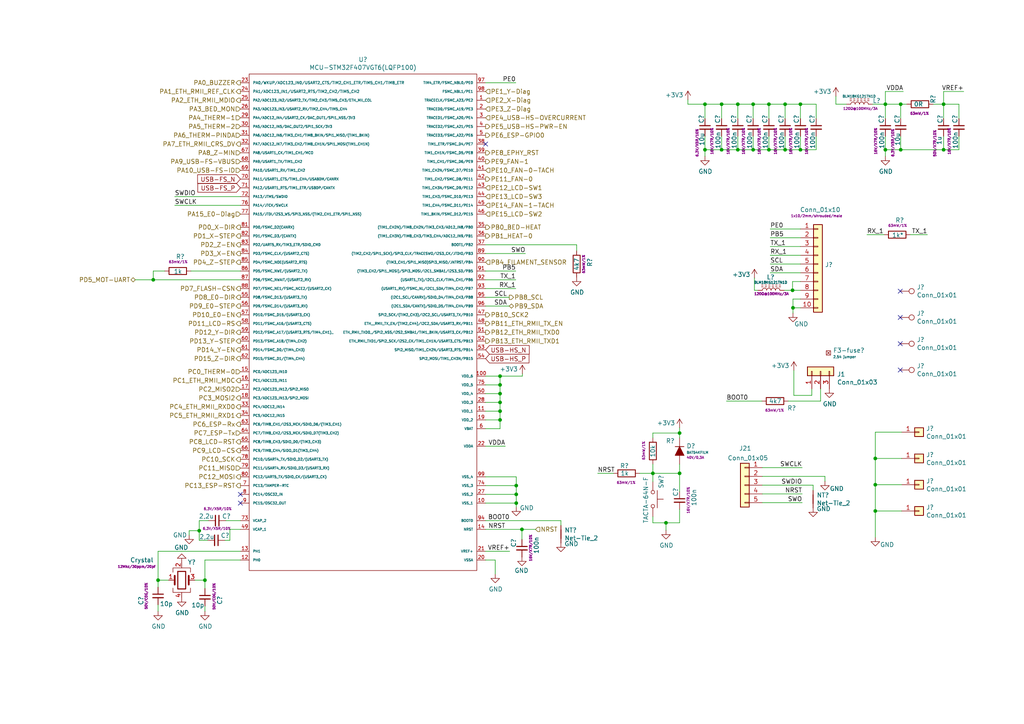
<source format=kicad_sch>
(kicad_sch (version 20231120) (generator "eeschema") (generator_version "8.0")
  (paper "A4")
  (title_block (title "Buddy") (date "2019-10-24") (rev "v1.0.0") (company "PRUSA Research s.r.o.") (comment 1 "http://creativecommons.org/licenses/by-sa/4.0/") (comment 2 "Licensed under the Attribution-ShareAlike 4.0 International (CC BY-SA 4.0)"))
  (junction (at 253.873 132.969))
  (junction (at 145.034 114.173))
  (junction (at 261.239 30.226))
  (junction (at 209.296 30.226))
  (junction (at 232.156 30.226))
  (junction (at 204.47 30.226))
  (junction (at 145.034 121.793))
  (junction (at 151.384 153.543))
  (junction (at 149.733 143.383))
  (junction (at 44.45 81.153))
  (junction (at 204.47 43.434))
  (junction (at 149.733 145.923))
  (junction (at 256.794 30.226))
  (junction (at 261.239 43.434))
  (junction (at 253.873 140.589))
  (junction (at 229.997 89.281))
  (junction (at 227.711 43.434))
  (junction (at 227.711 30.226))
  (junction (at 59.436 168.275))
  (junction (at 189.357 137.287))
  (junction (at 197.104 137.287))
  (junction (at 229.87 84.201))
  (junction (at 273.685 43.434))
  (junction (at 223.012 30.226))
  (junction (at 253.873 148.209))
  (junction (at 45.847 168.275))
  (junction (at 209.296 43.434))
  (junction (at 218.44 43.434))
  (junction (at 193.167 151.638))
  (junction (at 218.44 30.226))
  (junction (at 256.794 43.434))
  (junction (at 149.733 140.843))
  (junction (at 232.156 43.434))
  (junction (at 223.012 43.434))
  (junction (at 57.785 153.924))
  (junction (at 197.104 125.603))
  (junction (at 145.034 109.093))
  (junction (at 213.995 30.226))
  (junction (at 213.995 43.434))
  (junction (at 145.034 119.253))
  (junction (at 145.034 111.633))
  (junction (at 273.685 30.226))
  (junction (at 145.034 116.713))
  (no_connect (at 69.723 143.383))
  (no_connect (at 261.112 84.455))
  (no_connect (at 261.112 107.315))
  (no_connect (at 69.723 145.923))
  (no_connect (at 140.843 41.783))
  (no_connect (at 261.112 92.075))
  (no_connect (at 261.112 99.695))
  (wire (pts (xy 209.296 30.226) (xy 209.296 34.417)))
  (wire (pts (xy 237.998 116.332) (xy 237.998 112.776)))
  (wire (pts (xy 140.843 73.533) (xy 152.4 73.533)))
  (wire (pts (xy 140.843 119.253) (xy 145.034 119.253)))
  (wire (pts (xy 223.012 39.497) (xy 223.012 43.434)))
  (wire (pts (xy 151.384 153.543) (xy 155.321 153.543)))
  (wire (pts (xy 145.034 109.093) (xy 145.034 111.633)))
  (wire (pts (xy 227.457 84.201) (xy 229.87 84.201)))
  (wire (pts (xy 197.104 125.603) (xy 197.104 124.079)))
  (wire (pts (xy 268.986 68.072) (xy 264.033 68.072)))
  (wire (pts (xy 145.034 111.633) (xy 145.034 114.173)))
  (wire (pts (xy 256.413 68.072) (xy 251.46 68.072)))
  (wire (pts (xy 193.167 151.638) (xy 189.357 151.638)))
  (wire (pts (xy 45.847 177.292) (xy 45.847 175.387)))
  (wire (pts (xy 57.785 153.924) (xy 57.785 151.003)))
  (wire (pts (xy 229.87 81.661) (xy 232.156 81.661)))
  (wire (pts (xy 50.673 57.023) (xy 69.723 57.023)))
  (wire (pts (xy 242.443 30.226) (xy 242.443 27.94)))
  (wire (pts (xy 55.372 78.613) (xy 69.723 78.613)))
  (wire (pts (xy 189.357 137.287) (xy 189.357 139.7)))
  (wire (pts (xy 221.107 140.716) (xy 235.839 140.716)))
  (wire (pts (xy 167.259 70.993) (xy 167.259 72.771)))
  (wire (pts (xy 261.239 43.434) (xy 261.239 39.497)))
  (wire (pts (xy 218.44 30.226) (xy 213.995 30.226)))
  (wire (pts (xy 140.843 111.633) (xy 145.034 111.633)))
  (wire (pts (xy 151.511 108.458) (xy 151.511 109.093)))
  (wire (pts (xy 223.393 71.501) (xy 232.156 71.501)))
  (wire (pts (xy 235.458 112.776) (xy 235.458 114.681)))
  (wire (pts (xy 57.785 156.718) (xy 57.785 153.924)))
  (wire (pts (xy 140.843 81.153) (xy 149.606 81.153)))
  (wire (pts (xy 204.47 43.434) (xy 204.47 39.497)))
  (wire (pts (xy 140.843 121.793) (xy 145.034 121.793)))
  (wire (pts (xy 232.156 30.226) (xy 232.156 34.417)))
  (wire (pts (xy 232.156 30.226) (xy 227.711 30.226)))
  (wire (pts (xy 66.675 156.718) (xy 66.675 153.543)))
  (wire (pts (xy 60.198 156.718) (xy 57.785 156.718)))
  (wire (pts (xy 218.44 39.497) (xy 218.44 43.434)))
  (wire (pts (xy 209.296 43.434) (xy 213.995 43.434)))
  (wire (pts (xy 145.034 114.173) (xy 145.034 116.713)))
  (wire (pts (xy 189.357 151.638) (xy 189.357 149.86)))
  (wire (pts (xy 162.687 151.003) (xy 162.687 152.4)))
  (wire (pts (xy 140.843 86.233) (xy 147.701 86.233)))
  (wire (pts (xy 232.664 145.796) (xy 221.107 145.796)))
  (wire (pts (xy 256.794 39.497) (xy 256.794 43.434)))
  (wire (pts (xy 261.239 30.226) (xy 263.017 30.226)))
  (wire (pts (xy 197.104 151.638) (xy 193.167 151.638)))
  (wire (pts (xy 235.839 140.716) (xy 235.839 142.24)))
  (wire (pts (xy 44.45 81.153) (xy 44.45 78.613)))
  (wire (pts (xy 221.107 143.256) (xy 232.664 143.256)))
  (wire (pts (xy 242.443 30.226) (xy 245.491 30.226)))
  (wire (pts (xy 253.873 148.209) (xy 253.873 155.829)))
  (wire (pts (xy 140.843 88.773) (xy 147.701 88.773)))
  (wire (pts (xy 204.47 30.226) (xy 209.296 30.226)))
  (wire (pts (xy 223.012 30.226) (xy 218.44 30.226)))
  (wire (pts (xy 270.637 30.226) (xy 273.685 30.226)))
  (wire (pts (xy 140.843 138.303) (xy 149.733 138.303)))
  (wire (pts (xy 193.167 153.797) (xy 193.167 151.638)))
  (wire (pts (xy 54.864 153.924) (xy 57.785 153.924)))
  (wire (pts (xy 273.685 39.497) (xy 273.685 43.434)))
  (wire (pts (xy 256.794 26.543) (xy 262.001 26.543)))
  (wire (pts (xy 236.728 30.226) (xy 236.728 34.417)))
  (wire (pts (xy 45.847 159.893) (xy 45.847 168.275)))
  (wire (pts (xy 140.843 140.843) (xy 149.733 140.843)))
  (wire (pts (xy 221.107 135.636) (xy 232.664 135.636)))
  (wire (pts (xy 145.034 119.253) (xy 145.034 121.793)))
  (wire (pts (xy 230.251 114.681) (xy 230.251 107.442)))
  (wire (pts (xy 261.239 30.226) (xy 261.239 34.417)))
  (wire (pts (xy 253.873 125.349) (xy 253.873 132.969)))
  (wire (pts (xy 256.794 30.226) (xy 256.794 26.543)))
  (wire (pts (xy 218.821 80.645) (xy 218.821 84.201)))
  (wire (pts (xy 223.393 74.041) (xy 232.156 74.041)))
  (wire (pts (xy 57.785 151.003) (xy 60.452 151.003)))
  (wire (pts (xy 256.794 30.226) (xy 256.794 34.417)))
  (wire (pts (xy 227.711 30.226) (xy 227.711 34.417)))
  (wire (pts (xy 69.723 151.003) (xy 65.532 151.003)))
  (wire (pts (xy 256.794 43.434) (xy 261.239 43.434)))
  (wire (pts (xy 213.995 43.434) (xy 218.44 43.434)))
  (wire (pts (xy 44.45 81.153) (xy 69.723 81.153)))
  (wire (pts (xy 232.156 68.961) (xy 223.393 68.961)))
  (wire (pts (xy 149.733 145.923) (xy 149.733 143.383)))
  (wire (pts (xy 45.847 170.307) (xy 45.847 168.275)))
  (wire (pts (xy 232.156 66.421) (xy 223.393 66.421)))
  (wire (pts (xy 50.673 59.563) (xy 69.723 59.563)))
  (wire (pts (xy 239.268 138.176) (xy 239.268 139.573)))
  (wire (pts (xy 278.13 43.434) (xy 278.13 39.497)))
  (wire (pts (xy 149.733 147.066) (xy 149.733 145.923)))
  (wire (pts (xy 229.997 86.741) (xy 232.156 86.741)))
  (wire (pts (xy 204.47 30.226) (xy 204.47 34.417)))
  (wire (pts (xy 56.515 168.275) (xy 59.436 168.275)))
  (wire (pts (xy 140.843 143.383) (xy 149.733 143.383)))
  (wire (pts (xy 197.104 127) (xy 197.104 125.603)))
  (wire (pts (xy 140.843 109.093) (xy 145.034 109.093)))
  (wire (pts (xy 273.685 30.226) (xy 273.685 34.417)))
  (wire (pts (xy 229.87 84.201) (xy 232.156 84.201)))
  (wire (pts (xy 189.357 125.603) (xy 197.104 125.603)))
  (wire (pts (xy 228.6 116.332) (xy 237.998 116.332)))
  (wire (pts (xy 209.296 30.226) (xy 213.995 30.226)))
  (wire (pts (xy 273.685 30.226) (xy 278.13 30.226)))
  (wire (pts (xy 218.44 43.434) (xy 223.012 43.434)))
  (wire (pts (xy 278.13 30.226) (xy 278.13 34.417)))
  (wire (pts (xy 273.685 43.434) (xy 278.13 43.434)))
  (wire (pts (xy 197.104 147.701) (xy 197.104 151.638)))
  (wire (pts (xy 140.843 159.893) (xy 147.828 159.893)))
  (wire (pts (xy 197.104 137.287) (xy 189.357 137.287)))
  (wire (pts (xy 229.87 81.661) (xy 229.87 84.201)))
  (wire (pts (xy 253.111 30.226) (xy 256.794 30.226)))
  (wire (pts (xy 140.843 151.003) (xy 162.687 151.003)))
  (wire (pts (xy 65.278 156.718) (xy 66.675 156.718)))
  (wire (pts (xy 59.436 175.768) (xy 59.436 177.292)))
  (wire (pts (xy 151.384 156.464) (xy 151.384 153.543)))
  (wire (pts (xy 44.45 81.153) (xy 39.243 81.153)))
  (wire (pts (xy 236.728 30.226) (xy 232.156 30.226)))
  (wire (pts (xy 256.794 43.434) (xy 256.794 45.339)))
  (wire (pts (xy 140.843 162.433) (xy 143.637 162.433)))
  (wire (pts (xy 223.012 30.226) (xy 223.012 34.417)))
  (wire (pts (xy 227.711 39.497) (xy 227.711 43.434)))
  (wire (pts (xy 140.843 78.613) (xy 149.606 78.613)))
  (wire (pts (xy 223.393 76.581) (xy 232.156 76.581)))
  (wire (pts (xy 223.012 43.434) (xy 227.711 43.434)))
  (wire (pts (xy 221.107 138.176) (xy 239.268 138.176)))
  (wire (pts (xy 45.847 168.275) (xy 48.895 168.275)))
  (wire (pts (xy 273.685 30.226) (xy 273.685 26.543)))
  (wire (pts (xy 66.675 153.543) (xy 69.723 153.543)))
  (wire (pts (xy 219.837 84.201) (xy 218.821 84.201)))
  (wire (pts (xy 218.44 30.226) (xy 218.44 34.417)))
  (wire (pts (xy 189.357 137.287) (xy 189.357 134.62)))
  (wire (pts (xy 140.843 114.173) (xy 145.034 114.173)))
  (wire (pts (xy 189.357 127) (xy 189.357 125.603)))
  (wire (pts (xy 140.843 145.923) (xy 149.733 145.923)))
  (wire (pts (xy 140.843 24.003) (xy 149.606 24.003)))
  (wire (pts (xy 54.864 155.194) (xy 54.864 153.924)))
  (wire (pts (xy 145.034 116.713) (xy 145.034 119.253)))
  (wire (pts (xy 261.493 125.349) (xy 253.873 125.349)))
  (wire (pts (xy 236.728 43.434) (xy 236.728 39.497)))
  (wire (pts (xy 197.104 142.621) (xy 197.104 137.287)))
  (wire (pts (xy 149.733 140.843) (xy 149.733 138.303)))
  (wire (pts (xy 261.493 140.589) (xy 253.873 140.589)))
  (wire (pts (xy 256.794 30.226) (xy 261.239 30.226)))
  (wire (pts (xy 140.843 70.993) (xy 167.259 70.993)))
  (wire (pts (xy 140.843 153.543) (xy 151.384 153.543)))
  (wire (pts (xy 45.847 159.893) (xy 69.723 159.893)))
  (wire (pts (xy 177.927 137.287) (xy 173.355 137.287)))
  (wire (pts (xy 227.711 30.226) (xy 223.012 30.226)))
  (wire (pts (xy 253.873 132.969) (xy 253.873 140.589)))
  (wire (pts (xy 140.843 116.713) (xy 145.034 116.713)))
  (wire (pts (xy 210.693 116.332) (xy 220.98 116.332)))
  (wire (pts (xy 140.843 129.413) (xy 146.558 129.413)))
  (wire (pts (xy 59.436 170.688) (xy 59.436 168.275)))
  (wire (pts (xy 232.156 43.434) (xy 232.156 39.497)))
  (wire (pts (xy 235.458 114.681) (xy 230.251 114.681)))
  (wire (pts (xy 261.239 43.434) (xy 273.685 43.434)))
  (wire (pts (xy 253.873 140.589) (xy 253.873 148.209)))
  (wire (pts (xy 223.393 79.121) (xy 232.156 79.121)))
  (wire (pts (xy 145.034 124.333) (xy 140.843 124.333)))
  (wire (pts (xy 253.873 132.969) (xy 261.493 132.969)))
  (wire (pts (xy 145.034 121.793) (xy 145.034 124.333)))
  (wire (pts (xy 204.47 43.434) (xy 209.296 43.434)))
  (wire (pts (xy 197.104 137.287) (xy 197.104 134.62)))
  (wire (pts (xy 213.995 30.226) (xy 213.995 34.417)))
  (wire (pts (xy 44.45 78.613) (xy 47.752 78.613)))
  (wire (pts (xy 227.711 43.434) (xy 232.156 43.434)))
  (wire (pts (xy 229.997 90.805) (xy 229.997 89.281)))
  (wire (pts (xy 204.47 43.434) (xy 204.47 45.339)))
  (wire (pts (xy 209.296 39.497) (xy 209.296 43.434)))
  (wire (pts (xy 253.873 148.209) (xy 261.493 148.209)))
  (wire (pts (xy 213.995 39.497) (xy 213.995 43.434)))
  (wire (pts (xy 143.637 162.433) (xy 143.637 166.497)))
  (wire (pts (xy 229.997 89.281) (xy 229.997 86.741)))
  (wire (pts (xy 59.436 162.433) (xy 69.723 162.433)))
  (wire (pts (xy 199.517 30.226) (xy 199.517 28.956)))
  (wire (pts (xy 232.156 43.434) (xy 236.728 43.434)))
  (wire (pts (xy 199.517 30.226) (xy 204.47 30.226)))
  (wire (pts (xy 273.685 26.543) (xy 279.527 26.543)))
  (wire (pts (xy 185.547 137.287) (xy 189.357 137.287)))
  (wire (pts (xy 59.436 168.275) (xy 59.436 162.433)))
  (wire (pts (xy 232.156 89.281) (xy 229.997 89.281)))
  (wire (pts (xy 140.843 83.693) (xy 149.606 83.693)))
  (wire (pts (xy 145.034 109.093) (xy 151.511 109.093)))
  (wire (pts (xy 149.733 143.383) (xy 149.733 140.843)))
  (label "NRST" (at 232.664 143.256 180))
  (label "VREF+" (at 147.828 159.893 180))
  (label "PB5" (at 223.393 68.961 0))
  (label "SDA" (at 223.393 79.121 0))
  (label "TX_1" (at 149.606 81.153 180))
  (label "NRST" (at 173.355 137.287 0))
  (label "RX_1" (at 149.606 83.693 180))
  (label "PB5" (at 149.606 78.613 180))
  (label "VREF+" (at 279.527 26.543 180))
  (label "VDDA" (at 146.558 129.413 180))
  (label "SWO" (at 232.664 145.796 180))
  (label "SWCLK" (at 232.664 135.636 180))
  (label "SWDIO" (at 232.664 140.716 180))
  (label "BOOT0" (at 147.828 151.003 180))
  (label "SCL" (at 223.393 76.581 0))
  (label "PE0" (at 149.606 24.003 180))
  (label "NRST" (at 141.605 153.543 0))
  (label "SCL" (at 147.066 86.233 180))
  (label "BOOT0" (at 210.693 116.332 0))
  (label "SWDIO" (at 50.673 57.023 0))
  (label "RX_1" (at 251.46 68.072 0))
  (label "SWO" (at 152.4 73.533 180))
  (label "TX_1" (at 223.393 71.501 0))
  (label "RX_1" (at 223.393 74.041 0))
  (label "TX_1" (at 268.986 68.072 180))
  (label "SWCLK" (at 50.673 59.563 0))
  (label "PE0" (at 223.393 66.421 0))
  (label "VDDA" (at 262.001 26.543 180))
  (label "SDA" (at 147.066 88.773 180))
  (global_label "USB-HS_P" (shape input) (at 140.843 104.013 0) (property "Intersheetrefs" "${INTERSHEET_REFS}" (effects (hide yes))))
  (global_label "USB-FS_P" (shape input) (at 69.723 54.483 180) (property "Intersheetrefs" "${INTERSHEET_REFS}" (effects (hide yes))))
  (global_label "USB-FS_N" (shape input) (at 69.723 51.943 180) (property "Intersheetrefs" "${INTERSHEET_REFS}" (effects (hide yes))))
  (global_label "USB-HS_N" (shape input) (at 140.843 101.473 0) (property "Intersheetrefs" "${INTERSHEET_REFS}" (effects (hide yes))))
  (hierarchical_label "PE6_ESP-GPIO0" (shape output) (at 140.843 39.243 0))
  (hierarchical_label "PD5_MOT-UART" (shape bidirectional) (at 39.243 81.153 180))
  (hierarchical_label "PE14_FAN-1-TACH" (shape input) (at 140.843 59.563 0))
  (hierarchical_label "PC9_LCD-CS" (shape output) (at 69.723 130.683 180))
  (hierarchical_label "PB0_BED-HEAT" (shape output) (at 140.843 65.913 0))
  (hierarchical_label "PD7_FLASH-CSN" (shape output) (at 69.723 83.693 180))
  (hierarchical_label "PE1_Y-Diag" (shape input) (at 140.843 26.543 0))
  (hierarchical_label "PD0_X-DIR" (shape output) (at 69.723 65.913 180))
  (hierarchical_label "PA15_E0-Diag" (shape input) (at 69.723 62.103 180))
  (hierarchical_label "PD15_Z-DIR" (shape output) (at 69.723 104.013 180))
  (hierarchical_label "PC12_MOSI" (shape output) (at 69.723 138.303 180))
  (hierarchical_label "PD2_Z-EN" (shape output) (at 69.723 70.993 180))
  (hierarchical_label "PE2_X-Diag" (shape input) (at 140.843 29.083 0))
  (hierarchical_label "PC5_ETH_RMII_RXD1" (shape output) (at 69.723 120.523 180))
  (hierarchical_label "PD4_Z-STEP" (shape output) (at 69.723 76.073 180))
  (hierarchical_label "PA4_THERM-1" (shape input) (at 69.723 34.163 180))
  (hierarchical_label "PA10_USB-FS-ID" (shape input) (at 69.723 49.403 180))
  (hierarchical_label "PA0_BUZZER" (shape output) (at 69.723 24.003 180))
  (hierarchical_label "PB12_ETH_RMII_TXD0" (shape output) (at 140.843 96.393 0))
  (hierarchical_label "PD3_X-EN" (shape output) (at 69.723 73.533 180))
  (hierarchical_label "PA1_ETH_RMII_REF_CLK" (shape output) (at 69.723 26.543 180))
  (hierarchical_label "PE4_USB-HS-OVERCURRENT" (shape input) (at 140.843 34.163 0))
  (hierarchical_label "PE3_Z-Diag" (shape input) (at 140.843 31.623 0))
  (hierarchical_label "PC7_ESP-Tx" (shape input) (at 69.723 125.603 180))
  (hierarchical_label "PA3_BED_MON" (shape input) (at 69.723 31.623 180))
  (hierarchical_label "PC3_MOSI2" (shape output) (at 69.723 115.443 180))
  (hierarchical_label "PB9_SDA" (shape bidirectional) (at 147.701 88.773 0))
  (hierarchical_label "PC2_MISO2" (shape input) (at 69.723 112.903 180))
  (hierarchical_label "PA8_Z-MIN" (shape input) (at 69.723 44.323 180))
  (hierarchical_label "NRST" (shape input) (at 155.321 153.543 0))
  (hierarchical_label "PD10_E0-EN" (shape output) (at 69.723 91.313 180))
  (hierarchical_label "PA9_USB-FS-VBUS" (shape input) (at 69.723 46.863 180))
  (hierarchical_label "PC10_SCK" (shape output) (at 69.723 133.223 180))
  (hierarchical_label "PB1_HEAT-0" (shape output) (at 140.843 68.453 0))
  (hierarchical_label "PD8_E0-DIR" (shape output) (at 69.723 86.233 180))
  (hierarchical_label "PA2_ETH_RMII_MDIO" (shape output) (at 69.723 29.083 180))
  (hierarchical_label "PB13_ETH_RMII_TXD1" (shape output) (at 140.843 98.933 0))
  (hierarchical_label "PE10_FAN-0-TACH" (shape input) (at 140.843 49.403 0))
  (hierarchical_label "PB4_FILAMENT_SENSOR" (shape input) (at 140.843 76.073 0))
  (hierarchical_label "PB8_SCL" (shape output) (at 147.701 86.233 0))
  (hierarchical_label "PA5_THERM-2" (shape input) (at 69.723 36.703 180))
  (hierarchical_label "PC13_ESP-RST" (shape output) (at 69.723 140.843 180))
  (hierarchical_label "PC0_THERM-0" (shape input) (at 69.723 107.823 180))
  (hierarchical_label "PB10_SCK2" (shape output) (at 140.843 91.313 0))
  (hierarchical_label "PD14_Y-EN" (shape output) (at 69.723 101.473 180))
  (hierarchical_label "PE13_LCD-SW3" (shape input) (at 140.843 57.023 0))
  (hierarchical_label "PE12_LCD-SW1" (shape input) (at 140.843 54.483 0))
  (hierarchical_label "PD13_Y-STEP" (shape output) (at 69.723 98.933 180))
  (hierarchical_label "PD9_E0-STEP" (shape output) (at 69.723 88.773 180))
  (hierarchical_label "PE8_EPHY_RST" (shape output) (at 140.843 44.323 0))
  (hierarchical_label "PE9_FAN-1" (shape output) (at 140.843 46.863 0))
  (hierarchical_label "PC1_ETH_RMII_MDC" (shape output) (at 69.723 110.363 180))
  (hierarchical_label "PE15_LCD-SW2" (shape input) (at 140.843 62.103 0))
  (hierarchical_label "PC6_ESP-Rx" (shape output) (at 69.723 123.063 180))
  (hierarchical_label "PD12_Y-DIR" (shape output) (at 69.723 96.393 180))
  (hierarchical_label "PC8_LCD-RST" (shape output) (at 69.723 128.143 180))
  (hierarchical_label "PC11_MISO" (shape input) (at 69.723 135.763 180))
  (hierarchical_label "PB11_ETH_RMII_TX_EN" (shape output) (at 140.843 93.853 0))
  (hierarchical_label "PC4_ETH_RMII_RXD0" (shape output) (at 69.723 117.983 180))
  (hierarchical_label "PE11_FAN-0" (shape output) (at 140.843 51.943 0))
  (hierarchical_label "PE5_USB-HS-PWR-EN" (shape output) (at 140.843 36.703 0))
  (hierarchical_label "PA7_ETH_RMII_CRS_DV" (shape output) (at 69.723 41.783 180))
  (hierarchical_label "PD1_X-STEP" (shape output) (at 69.723 68.453 180))
  (hierarchical_label "PA6_THERM-PINDA" (shape input) (at 69.723 39.243 180))
  (hierarchical_label "PD11_LCD-RS" (shape output) (at 69.723 93.853 180))
  (symbol (lib_id "BUDDY_v1.0.0-rescue:+3.3V-power") (at 199.517 28.956 0) (unit 1)
    (property "Reference" "#PWR0180" (effects (hide yes)))
    (property "Value" "+3V3" (at 195.58 27.559 0))
    (instances (project "" (path "" (reference "#PWR?") (unit 1)) (path "" (reference "#PWR0180") (unit 1))))
  )
  (symbol (lib_id "BUDDY_v1.0.0-rescue:GND-power") (at 204.47 45.339 0) (unit 1)
    (property "Reference" "#PWR0181" (effects (hide yes)))
    (property "Value" "GND" (at 204.597 49.7332 0))
    (instances (project "" (path "" (reference "#PWR?") (unit 1)) (path "" (reference "#PWR0181") (unit 1))))
  )
  (symbol (lib_id "BUDDY_v1.0.0-rescue:+3.3V-power") (at 242.443 27.94 0) (unit 1)
    (property "Reference" "#PWR0174" (effects (hide yes)))
    (property "Value" "+3V3" (at 238.506 26.543 0))
    (instances (project "" (path "" (reference "#PWR?") (unit 1)) (path "" (reference "#PWR0174") (unit 1))))
  )
  (symbol (lib_id "BUDDY_v1.0.0-rescue:GND-power") (at 256.794 45.339 0) (unit 1)
    (property "Reference" "#PWR0193" (effects (hide yes)))
    (property "Value" "GND" (at 256.921 49.7332 0))
    (instances (project "" (path "" (reference "#PWR?") (unit 1)) (path "" (reference "#PWR0193") (unit 1))))
  )
  (symbol (lib_id "Device:C_Small") (at 204.47 36.957 0) (unit 1)
    (property "Reference" "C?" (at 203.454 35.814 90) (effects (justify left)))
    (property "Value" "10u" (at 203.581 42.291 90) (effects (justify left)))
    (property "Footprint" "A3IDES_footprints:C_0603_1608Metric" (effects (hide yes)))
    (property "req" "6,3V/X5R/10%" (at 202.184 45.466 90) (effects (font (size 0.7112 0.7112)) (justify left)))
    (instances (project "" (path "" (reference "C?") (unit 1)) (path "" (reference "C?") (unit 1)) (path "" (reference "C118") (unit 1))))
  )
  (symbol (lib_id "BUDDY_v1.0.0-rescue:D_ALT-Device") (at 197.104 130.81 270) (unit 1)
    (property "Reference" "D?" (at 199.1106 129.3622 90) (effects (justify left)))
    (property "Value" "BAT54KFILM" (at 199.1106 131.2418 90) (effects (font (size 0.7112 0.7112)) (justify left)))
    (property "Footprint" "Diode_SMD:D_SOD-523" (effects (hide yes)))
    (property "req" "40V/0,3A" (at 199.1106 132.6896 90) (effects (font (size 0.7112 0.7112)) (justify left)))
    (instances (project "" (path "" (reference "D?") (unit 1)) (path "" (reference "D?") (unit 1)) (path "" (reference "D24") (unit 1))))
  )
  (symbol (lib_id "Connector_Generic:Conn_01x05") (at 216.027 140.716 0) (mirror y) (unit 1)
    (property "Reference" "J21" (at 216.154 130.048 0))
    (property "Value" "Conn_01x05" (at 216.916 132.842 0))
    (property "Footprint" "Connector_PinHeader_2.54mm:PinHeader_1x05_P2.54mm_Vertical" (effects (hide yes)))
  )
  (symbol (lib_id "BUDDY_v1.0.0-rescue:GND-power") (at 239.268 139.573 0) (unit 1)
    (property "Reference" "#PWR?" (effects (hide yes)))
    (property "Value" "GND" (at 242.697 141.732 0))
    (instances (project "" (path "" (reference "#PWR?") (unit 1)) (path "" (reference "#PWR?") (unit 1)) (path "" (reference "#PWR047") (unit 1))))
  )
  (symbol (lib_id "Device:C_Small") (at 236.728 36.957 0) (unit 1)
    (property "Reference" "C?" (at 235.585 35.814 90) (effects (justify left)))
    (property "Value" "100n" (at 235.712 43.18 90) (effects (justify left)))
    (property "Footprint" "A3IDES_footprints:C_0402_1005Metric" (effects (hide yes)))
    (property "req" "16V/X7R/10%" (at 233.934 44.831 90) (effects (font (size 0.7112 0.7112)) (justify left)))
    (instances (project "" (path "" (reference "C?") (unit 1)) (path "" (reference "C?") (unit 1)) (path "" (reference "C11") (unit 1))))
  )
  (symbol (lib_id "BUDDY_v1.0.0-rescue:GND-power") (at 52.705 173.355 0) (unit 1)
    (property "Reference" "#PWR0191" (effects (hide yes)))
    (property "Value" "GND" (at 52.832 177.7492 0))
    (instances (project "" (path "" (reference "#PWR?") (unit 1)) (path "" (reference "#PWR0191") (unit 1))))
  )
  (symbol (lib_id "BUDDY_v1.0.0-rescue:GND-power") (at 52.705 163.195 180) (unit 1)
    (property "Reference" "#PWR0192" (effects (hide yes)))
    (property "Value" "GND" (at 52.578 158.8008 0))
    (instances (project "" (path "" (reference "#PWR?") (unit 1)) (path "" (reference "#PWR0192") (unit 1))))
  )
  (symbol (lib_id "Device:R") (at 51.562 78.613 90) (unit 1)
    (property "Reference" "R64" (at 53.594 74.422 90) (effects (justify left)))
    (property "Value" "1k" (at 52.832 78.74 90) (effects (justify left)))
    (property "Footprint" "A3IDES_footprints:R_0402_1005Metric" (effects (hide yes)))
    (property "req" "63mW/1%" (at 51.689 75.946 90) (effects (font (size 0.7112 0.7112))))
    (instances (project "" (path "" (reference "R?") (unit 1)) (path "" (reference "R64") (unit 1))))
  )
  (symbol (lib_id "Connector_Generic:Conn_01x01") (at 266.573 125.349 0) (unit 1)
    (property "Reference" "J16" (at 268.605 124.2822 0) (effects (justify left)))
    (property "Value" "Conn_01x01" (at 268.605 126.5936 0) (effects (justify left)))
    (property "Footprint" "A3IDES_footprints:MountingHole_3.2mm_M3_ISO14580_Pad" (effects (hide yes)))
    (instances (project "" (path "" (reference "J?") (unit 1)) (path "" (reference "J16") (unit 1))))
  )
  (symbol (lib_id "Connector_Generic:Conn_01x01") (at 266.573 132.969 0) (unit 1)
    (property "Reference" "J17" (at 268.605 131.9022 0) (effects (justify left)))
    (property "Value" "Conn_01x01" (at 268.605 134.2136 0) (effects (justify left)))
    (property "Footprint" "A3IDES_footprints:MountingHole_3.2mm_M3_ISO14580_Pad" (effects (hide yes)))
    (instances (project "" (path "" (reference "J?") (unit 1)) (path "" (reference "J17") (unit 1))))
  )
  (symbol (lib_id "Connector_Generic:Conn_01x01") (at 266.573 140.589 0) (unit 1)
    (property "Reference" "J18" (at 268.605 139.5222 0) (effects (justify left)))
    (property "Value" "Conn_01x01" (at 268.605 141.8336 0) (effects (justify left)))
    (property "Footprint" "A3IDES_footprints:MountingHole_3.2mm_M3_ISO14580_Pad" (effects (hide yes)))
    (instances (project "" (path "" (reference "J?") (unit 1)) (path "" (reference "J18") (unit 1))))
  )
  (symbol (lib_id "Connector_Generic:Conn_01x01") (at 266.573 148.209 0) (unit 1)
    (property "Reference" "J19" (at 268.605 147.1422 0) (effects (justify left)))
    (property "Value" "Conn_01x01" (at 268.605 149.4536 0) (effects (justify left)))
    (property "Footprint" "A3IDES_footprints:MountingHole_3.2mm_M3_ISO14580_Pad" (effects (hide yes)))
    (instances (project "" (path "" (reference "J?") (unit 1)) (path "" (reference "J19") (unit 1))))
  )
  (symbol (lib_id "BUDDY_v1.0.0-rescue:GND-power") (at 253.873 155.829 0) (unit 1)
    (property "Reference" "#PWR?" (effects (hide yes)))
    (property "Value" "GND" (at 257.302 157.988 0))
    (instances (project "" (path "" (reference "#PWR?") (unit 1)) (path "" (reference "#PWR?") (unit 1)) (path "" (reference "#PWR0194") (unit 1))))
  )
  (symbol (lib_id "BUDDY_v1.0.0-rescue:TestPoint_0-Connector") (at 261.112 84.455 270) (unit 1)
    (property "Reference" "J12" (at 265.8872 83.2866 90) (effects (justify left)))
    (property "Value" "Conn_01x01" (at 265.8872 85.598 90) (effects (justify left)))
    (property "Footprint" "A3IDES_footprints:Fiducial_1mm_Dia_2.54mm_Outer_CopperTop" (effects (hide yes)))
    (instances (project "" (path "" (reference "J?") (unit 1)) (path "" (reference "J12") (unit 1))))
  )
  (symbol (lib_id "BUDDY_v1.0.0-rescue:TestPoint_0-Connector") (at 261.112 92.075 270) (unit 1)
    (property "Reference" "J13" (at 265.8872 90.9066 90) (effects (justify left)))
    (property "Value" "Conn_01x01" (at 265.8872 93.218 90) (effects (justify left)))
    (property "Footprint" "A3IDES_footprints:Fiducial_1mm_Dia_2.54mm_Outer_CopperTop" (effects (hide yes)))
    (instances (project "" (path "" (reference "J?") (unit 1)) (path "" (reference "J13") (unit 1))))
  )
  (symbol (lib_id "BUDDY_v1.0.0-rescue:TestPoint_0-Connector") (at 261.112 99.695 270) (unit 1)
    (property "Reference" "J14" (at 265.8872 98.5266 90) (effects (justify left)))
    (property "Value" "Conn_01x01" (at 265.8872 100.838 90) (effects (justify left)))
    (property "Footprint" "A3IDES_footprints:Fiducial_1mm_Dia_2.54mm_Outer_CopperTop" (effects (hide yes)))
    (instances (project "" (path "" (reference "J?") (unit 1)) (path "" (reference "J14") (unit 1))))
  )
  (symbol (lib_id "BUDDY_v1.0.0-rescue:TestPoint_0-Connector") (at 261.112 107.315 270) (unit 1)
    (property "Reference" "J15" (at 265.8872 106.1466 90) (effects (justify left)))
    (property "Value" "Conn_01x01" (at 265.8872 108.458 90) (effects (justify left)))
    (property "Footprint" "A3IDES_footprints:Fiducial_1mm_Dia_2.54mm_Outer_CopperTop" (effects (hide yes)))
    (instances (project "" (path "" (reference "J?") (unit 1)) (path "" (reference "J15") (unit 1))))
  )
  (symbol (lib_id "Connector_Generic:Conn_01x10") (at 237.236 76.581 0) (unit 1)
    (property "Reference" "J?" (at 239.268 76.7842 0) (effects (justify left)))
    (property "Value" "Conn_01x10" (at 232.029 60.833 0) (effects (justify left)))
    (property "Footprint" "A3IDES_footprints:MOLEX_559321010" (effects (hide yes)))
    (property "req" "1x10/2mm/shrouded/male" (at 236.855 62.611 0) (effects (font (size 0.7112 0.7112))))
    (instances (project "" (path "" (reference "J?") (unit 1)) (path "" (reference "J?") (unit 1)) (path "" (reference "J23") (unit 1))))
  )
  (symbol (lib_id "BUDDY_v1.0.0-rescue:+3.3V-power") (at 218.821 80.645 0) (unit 1)
    (property "Reference" "#PWR0183" (effects (hide yes)))
    (property "Value" "+3V3" (at 215.011 79.629 0))
    (instances (project "" (path "" (reference "#PWR?") (unit 1)) (path "" (reference "#PWR0183") (unit 1))))
  )
  (symbol (lib_id "BUDDY_v1.0.0-rescue:GND-power") (at 229.997 90.805 0) (unit 1)
    (property "Reference" "#PWR0184" (effects (hide yes)))
    (property "Value" "GND" (at 232.41 93.98 0))
    (instances (project "" (path "" (reference "#PWR?") (unit 1)) (path "" (reference "#PWR0184") (unit 1))))
  )
  (symbol (lib_id "Device:Crystal_GND24") (at 52.705 168.275 0) (unit 1)
    (property "Reference" "Y2" (at 55.626 163.068 0))
    (property "Value" "Crystal" (at 41.148 162.433 0))
    (property "Footprint" "A3IDES_footprints:Crystal-3.2x2.5mm" (effects (hide yes)))
    (property "req" "12Mhz/30ppm/20pf" (at 39.624 164.338 0) (effects (font (size 0.7112 0.7112))))
    (instances (project "" (path "" (reference "Y?") (unit 1)) (path "" (reference "Y2") (unit 1))))
  )
  (symbol (lib_id "Device:C_Small") (at 59.436 173.228 0) (unit 1)
    (property "Reference" "C105" (at 63.754 175.387 90) (effects (justify left)))
    (property "Value" "10p" (at 55.499 175.514 0) (effects (justify left)))
    (property "Footprint" "A3IDES_footprints:C_0402_1005Metric" (effects (hide yes)))
    (property "req" "50V/C0G/10%" (at 62.103 176.911 90) (effects (font (size 0.7112 0.7112)) (justify left)))
    (instances (project "" (path "" (reference "C?") (unit 1)) (path "" (reference "C105") (unit 1))))
  )
  (symbol (lib_id "Device:C_Small") (at 45.847 172.847 0) (unit 1)
    (property "Reference" "C104" (at 40.894 175.514 90) (effects (justify left)))
    (property "Value" "10p" (at 46.355 175.133 0) (effects (justify left)))
    (property "Footprint" "A3IDES_footprints:C_0402_1005Metric" (effects (hide yes)))
    (property "req" "50V/C0G/10%" (at 42.418 176.784 90) (effects (font (size 0.7112 0.7112)) (justify left)))
    (instances (project "" (path "" (reference "C?") (unit 1)) (path "" (reference "C104") (unit 1))))
  )
  (symbol (lib_id "BUDDY_v1.0.0-rescue:GND-power") (at 59.436 177.292 0) (unit 1)
    (property "Reference" "#PWR0172" (effects (hide yes)))
    (property "Value" "GND" (at 59.563 181.6862 0))
    (instances (project "" (path "" (reference "#PWR?") (unit 1)) (path "" (reference "#PWR0172") (unit 1))))
  )
  (symbol (lib_id "BUDDY_v1.0.0-rescue:GND-power") (at 45.847 177.292 0) (unit 1)
    (property "Reference" "#PWR0170" (effects (hide yes)))
    (property "Value" "GND" (at 45.974 181.6862 0))
    (instances (project "" (path "" (reference "#PWR?") (unit 1)) (path "" (reference "#PWR0170") (unit 1))))
  )
  (symbol (lib_id "Switch:SW_Push") (at 189.357 144.78 270) (unit 1)
    (property "Reference" "SW1" (at 191.77 139.7 0))
    (property "Value" "TACTA-64N-F" (at 187.325 145.034 0))
    (property "Footprint" "A3IDES_footprints:TACT-90" (effects (hide yes)))
    (property "req" "0,05A/12VDC/1,6N" (effects (hide yes)))
    (instances (project "" (path "" (reference "SW?") (unit 1)) (path "" (reference "SW1") (unit 1))))
  )
  (symbol (lib_id "BUDDY_v1.0.0-rescue:+3.3V-power") (at 197.104 124.079 0) (unit 1)
    (property "Reference" "#PWR0176" (effects (hide yes)))
    (property "Value" "+3V3" (at 193.167 122.682 0))
    (instances (project "" (path "" (reference "#PWR?") (unit 1)) (path "" (reference "#PWR0176") (unit 1))))
  )
  (symbol (lib_id "BUDDY_v1.0.0-rescue:GND-power") (at 193.167 153.797 0) (unit 1)
    (property "Reference" "#PWR0177" (effects (hide yes)))
    (property "Value" "GND" (at 193.294 158.1912 0))
    (instances (project "" (path "" (reference "#PWR?") (unit 1)) (path "" (reference "#PWR0177") (unit 1))))
  )
  (symbol (lib_id "BUDDY_v1.0.0-rescue:MCU-STM32F407VGT6(LQFP100)-MCU_ST_STM32F4") (at 105.283 64.643 0) (unit 1)
    (property "Reference" "U10" (at 105.283 17.272 0))
    (property "Value" "MCU-STM32F407VGT6(LQFP100)" (at 105.283 19.5834 0))
    (property "Footprint" "A3IDES_footprints:LQFP-100_14x14mm_P0.5mm" (effects (hide yes)))
    (property "Pole4" "None" (effects (hide yes)))
    (property "Pole5" "STM32F407VGT6" (effects (hide yes)))
    (property "Pole6" "Unavailable" (effects (hide yes)))
    (property "Pole7" "STMicroelectronics" (effects (hide yes)))
    (property "Pole8" "STM32 Series 32-bit 1024 kB Flash 192 kB RAM ARM Based Microcontroller - LQFP-100" (effects (hide yes)))
    (instances (project "" (path "" (reference "U?") (unit 1)) (path "" (reference "U10") (unit 1))))
  )
  (symbol (lib_id "Device:R") (at 260.223 68.072 90) (unit 1)
    (property "Reference" "R83" (at 262.255 63.881 90) (effects (justify left)))
    (property "Value" "1k*" (at 262.128 68.199 90) (effects (justify left)))
    (property "Footprint" "A3IDES_footprints:R_0402_1005Metric" (effects (hide yes)))
    (property "req" "63mW/1%" (at 260.35 65.405 90) (effects (font (size 0.7112 0.7112))))
    (instances (project "" (path "" (reference "R?") (unit 1)) (path "" (reference "R83") (unit 1))))
  )
  (symbol (lib_id "Device:R") (at 224.79 116.332 270) (unit 1)
    (property "Reference" "R85" (at 228.346 118.364 90) (effects (justify left)))
    (property "Value" "4k7" (at 223.012 116.332 90) (effects (justify left)))
    (property "Footprint" "A3IDES_footprints:R_0402_1005Metric" (effects (hide yes)))
    (property "req" "63mW/1%" (at 224.663 118.999 90) (effects (font (size 0.7112 0.7112))))
    (instances (project "" (path "" (reference "R?") (unit 1)) (path "" (reference "R85") (unit 1))))
  )
  (symbol (lib_id "Connector_Generic:Conn_01x03") (at 237.998 107.696 90) (unit 1)
    (property "Reference" "J1" (at 242.7732 108.5596 90) (effects (justify right)))
    (property "Value" "Conn_01x03" (at 242.7732 110.871 90) (effects (justify right)))
    (property "Footprint" "Connector_PinHeader_2.54mm:PinHeader_1x03_P2.54mm_Vertical" (effects (hide yes)))
  )
  (symbol (lib_id "BUDDY_v1.0.0-rescue:GND-power") (at 240.538 112.776 0) (unit 1)
    (property "Reference" "#PWR0185" (effects (hide yes)))
    (property "Value" "GND" (at 240.665 117.1702 0))
    (instances (project "" (path "" (reference "#PWR?") (unit 1)) (path "" (reference "#PWR0185") (unit 1))))
  )
  (symbol (lib_id "BUDDY_v1.0.0-rescue:+3.3V-power") (at 230.251 107.442 0) (unit 1)
    (property "Reference" "#PWR0186" (effects (hide yes)))
    (property "Value" "+3V3" (at 226.314 106.045 0))
    (instances (project "" (path "" (reference "#PWR?") (unit 1)) (path "" (reference "#PWR0186") (unit 1))))
  )
  (symbol (lib_id "BUDDY_v1.0.0-rescue:L_Core_Ferrite-Device") (at 223.647 84.201 90) (unit 1)
    (property "Reference" "L?" (at 223.52 80.391 90))
    (property "Value" "BLM18KG121TN1D" (at 223.52 81.915 90) (effects (font (size 0.7112 0.7112))))
    (property "Footprint" "A3IDES_footprints:R_0603_1608Metric" (effects (hide yes)))
    (property "req" "120Ω@100MHz/3A" (at 223.774 85.217 90) (effects (font (size 0.7112 0.7112))))
    (instances (project "" (path "" (reference "L?") (unit 1)) (path "" (reference "L?") (unit 1)) (path "" (reference "L?") (unit 1)) (path "" (reference "L11") (unit 1))))
  )
  (symbol (lib_id "BUDDY_v1.0.0-rescue:Net-Tie_2-Device") (at 162.687 154.94 270) (unit 1)
    (property "Reference" "NT3" (at 163.7284 153.7716 90) (effects (justify left)))
    (property "Value" "Net-Tie_2" (at 163.7284 156.083 90) (effects (justify left)))
    (property "Footprint" "NetTie:NetTie-2_SMD_Pad0.5mm" (effects (hide yes)))
    (instances (project "" (path "" (reference "NT?") (unit 1)) (path "" (reference "NT3") (unit 1))))
  )
  (symbol (lib_id "BUDDY_v1.0.0-rescue:GND-power") (at 162.687 157.48 0) (unit 1)
    (property "Reference" "#PWR0215" (effects (hide yes)))
    (property "Value" "GND" (at 165.735 157.734 0))
    (instances (project "" (path "" (reference "#PWR?") (unit 1)) (path "" (reference "#PWR0215") (unit 1))))
  )
  (symbol (lib_id "BUDDY_v1.0.0-rescue:Net-Tie_2-Device") (at 235.839 144.78 270) (unit 1)
    (property "Reference" "NT4" (at 236.8804 143.6116 90) (effects (justify left)))
    (property "Value" "Net-Tie_2" (at 236.8804 145.923 90) (effects (justify left)))
    (property "Footprint" "NetTie:NetTie-2_SMD_Pad0.5mm" (effects (hide yes)))
    (instances (project "" (path "" (reference "NT?") (unit 1)) (path "" (reference "NT4") (unit 1))))
  )
  (symbol (lib_id "BUDDY_v1.0.0-rescue:GND-power") (at 235.839 147.32 0) (unit 1)
    (property "Reference" "#PWR0216" (effects (hide yes)))
    (property "Value" "GND" (at 238.887 147.574 0))
    (instances (project "" (path "" (reference "#PWR?") (unit 1)) (path "" (reference "#PWR0216") (unit 1))))
  )
  (symbol (lib_id "Device:C_Small") (at 62.738 156.718 270) (unit 1)
    (property "Reference" "C106" (at 64.008 155.321 90) (effects (justify left)))
    (property "Value" "2,2u" (at 57.785 155.702 90) (effects (justify left)))
    (property "Footprint" "A3IDES_footprints:C_0603_1608Metric" (effects (hide yes)))
    (property "req" "6,3V/X5R/10%" (at 58.801 153.289 90) (effects (font (size 0.7112 0.7112)) (justify left)))
    (instances (project "" (path "" (reference "C?") (unit 1)) (path "" (reference "C106") (unit 1))))
  )
  (symbol (lib_id "Device:C_Small") (at 62.992 151.003 270) (unit 1)
    (property "Reference" "C107" (at 64.389 149.733 90) (effects (justify left)))
    (property "Value" "2,2u" (at 57.658 149.733 90) (effects (justify left)))
    (property "Footprint" "A3IDES_footprints:C_0603_1608Metric" (effects (hide yes)))
    (property "req" "6,3V/X5R/10%" (at 59.055 147.574 90) (effects (font (size 0.7112 0.7112)) (justify left)))
    (instances (project "" (path "" (reference "C?") (unit 1)) (path "" (reference "C107") (unit 1))))
  )
  (symbol (lib_id "BUDDY_v1.0.0-rescue:GND-power") (at 54.864 155.194 0) (unit 1)
    (property "Reference" "#PWR0171" (effects (hide yes)))
    (property "Value" "GND" (at 52.197 155.194 0))
    (instances (project "" (path "" (reference "#PWR?") (unit 1)) (path "" (reference "#PWR0171") (unit 1))))
  )
  (symbol (lib_id "Device:C_Small") (at 213.995 36.957 0) (unit 1)
    (property "Reference" "C?" (at 212.852 35.814 90) (effects (justify left)))
    (property "Value" "100n" (at 212.979 43.18 90) (effects (justify left)))
    (property "Footprint" "A3IDES_footprints:C_0402_1005Metric" (effects (hide yes)))
    (property "req" "16V/X7R/10%" (at 211.201 44.831 90) (effects (font (size 0.7112 0.7112)) (justify left)))
    (instances (project "" (path "" (reference "C?") (unit 1)) (path "" (reference "C?") (unit 1)) (path "" (reference "C27") (unit 1))))
  )
  (symbol (lib_id "Device:C_Small") (at 218.44 36.957 0) (unit 1)
    (property "Reference" "C?" (at 217.297 35.814 90) (effects (justify left)))
    (property "Value" "100n" (at 217.424 43.18 90) (effects (justify left)))
    (property "Footprint" "A3IDES_footprints:C_0402_1005Metric" (effects (hide yes)))
    (property "req" "16V/X7R/10%" (at 215.646 44.831 90) (effects (font (size 0.7112 0.7112)) (justify left)))
    (instances (project "" (path "" (reference "C?") (unit 1)) (path "" (reference "C?") (unit 1)) (path "" (reference "C30") (unit 1))))
  )
  (symbol (lib_id "Device:C_Small") (at 223.012 36.957 0) (unit 1)
    (property "Reference" "C?" (at 221.869 35.814 90) (effects (justify left)))
    (property "Value" "100n" (at 221.996 43.18 90) (effects (justify left)))
    (property "Footprint" "A3IDES_footprints:C_0402_1005Metric" (effects (hide yes)))
    (property "req" "16V/X7R/10%" (at 220.218 44.831 90) (effects (font (size 0.7112 0.7112)) (justify left)))
    (instances (project "" (path "" (reference "C?") (unit 1)) (path "" (reference "C?") (unit 1)) (path "" (reference "C110") (unit 1))))
  )
  (symbol (lib_id "Device:C_Small") (at 227.711 36.957 0) (unit 1)
    (property "Reference" "C?" (at 226.568 35.814 90) (effects (justify left)))
    (property "Value" "100n" (at 226.695 43.18 90) (effects (justify left)))
    (property "Footprint" "A3IDES_footprints:C_0402_1005Metric" (effects (hide yes)))
    (property "req" "16V/X7R/10%" (at 224.917 44.831 90) (effects (font (size 0.7112 0.7112)) (justify left)))
    (instances (project "" (path "" (reference "C?") (unit 1)) (path "" (reference "C?") (unit 1)) (path "" (reference "C111") (unit 1))))
  )
  (symbol (lib_id "Device:C_Small") (at 232.156 36.957 0) (unit 1)
    (property "Reference" "C?" (at 231.013 35.814 90) (effects (justify left)))
    (property "Value" "100n" (at 231.14 43.18 90) (effects (justify left)))
    (property "Footprint" "A3IDES_footprints:C_0402_1005Metric" (effects (hide yes)))
    (property "req" "16V/X7R/10%" (at 229.362 44.831 90) (effects (font (size 0.7112 0.7112)) (justify left)))
    (instances (project "" (path "" (reference "C?") (unit 1)) (path "" (reference "C?") (unit 1)) (path "" (reference "C112") (unit 1))))
  )
  (symbol (lib_id "Device:C_Small") (at 256.794 36.957 0) (unit 1)
    (property "Reference" "C?" (at 255.651 35.814 90) (effects (justify left)))
    (property "Value" "100n" (at 255.778 43.18 90) (effects (justify left)))
    (property "Footprint" "A3IDES_footprints:C_0402_1005Metric" (effects (hide yes)))
    (property "req" "16V/X7R/10%" (at 254 44.831 90) (effects (font (size 0.7112 0.7112)) (justify left)))
    (instances (project "" (path "" (reference "C?") (unit 1)) (path "" (reference "C?") (unit 1)) (path "" (reference "C113") (unit 1))))
  )
  (symbol (lib_id "Device:C_Small") (at 278.13 36.957 0) (unit 1)
    (property "Reference" "C?" (at 276.987 35.814 90) (effects (justify left)))
    (property "Value" "100n" (at 277.114 43.18 90) (effects (justify left)))
    (property "Footprint" "A3IDES_footprints:C_0402_1005Metric" (effects (hide yes)))
    (property "req" "16V/X7R/10%" (at 275.336 44.831 90) (effects (font (size 0.7112 0.7112)) (justify left)))
    (instances (project "" (path "" (reference "C?") (unit 1)) (path "" (reference "C?") (unit 1)) (path "" (reference "C114") (unit 1))))
  )
  (symbol (lib_id "Device:C_Small") (at 197.104 145.161 0) (unit 1)
    (property "Reference" "C?" (at 195.961 144.018 90) (effects (justify left)))
    (property "Value" "100n" (at 201.295 146.812 90) (effects (justify left)))
    (property "Footprint" "A3IDES_footprints:C_0402_1005Metric" (effects (hide yes)))
    (property "req" "16V/X7R/10%" (at 199.644 148.971 90) (effects (font (size 0.7112 0.7112)) (justify left)))
    (instances (project "" (path "" (reference "C?") (unit 1)) (path "" (reference "C?") (unit 1)) (path "" (reference "C108") (unit 1))))
  )
  (symbol (lib_id "Device:R") (at 167.259 76.581 180) (unit 1)
    (property "Reference" "R80" (at 171.069 74.803 90) (effects (justify left)))
    (property "Value" "4k7" (at 167.259 74.803 90) (effects (justify left)))
    (property "Footprint" "A3IDES_footprints:R_0402_1005Metric" (effects (hide yes)))
    (property "req" "63mW/1%" (at 169.291 76.581 90) (effects (font (size 0.7112 0.7112))))
    (instances (project "" (path "" (reference "R?") (unit 1)) (path "" (reference "R80") (unit 1))))
  )
  (symbol (lib_id "BUDDY_v1.0.0-rescue:GND-power") (at 167.259 80.391 0) (unit 1)
    (property "Reference" "#PWR0179" (effects (hide yes)))
    (property "Value" "GND" (at 167.386 84.7852 0))
    (instances (project "" (path "" (reference "#PWR?") (unit 1)) (path "" (reference "#PWR0179") (unit 1))))
  )
  (symbol (lib_id "Device:R") (at 181.737 137.287 270) (unit 1)
    (property "Reference" "R79" (at 179.832 135.128 90) (effects (justify left)))
    (property "Value" "1k" (at 179.959 137.287 90) (effects (justify left)))
    (property "Footprint" "A3IDES_footprints:R_0402_1005Metric" (effects (hide yes)))
    (property "req" "63mW/1%" (at 181.61 139.954 90) (effects (font (size 0.7112 0.7112))))
    (instances (project "" (path "" (reference "R?") (unit 1)) (path "" (reference "R79") (unit 1))))
  )
  (symbol (lib_id "Device:R") (at 189.357 130.81 180) (unit 1)
    (property "Reference" "R81" (at 195.707 127.889 0) (effects (justify left)))
    (property "Value" "10k" (at 189.357 129.032 90) (effects (justify left)))
    (property "Footprint" "A3IDES_footprints:R_0402_1005Metric" (effects (hide yes)))
    (property "req" "63mW/1%" (at 186.69 130.683 90) (effects (font (size 0.7112 0.7112))))
    (instances (project "" (path "" (reference "R?") (unit 1)) (path "" (reference "R81") (unit 1))))
  )
  (symbol (lib_id "Device:C_Small") (at 209.296 36.957 0) (unit 1)
    (property "Reference" "C?" (at 208.153 35.814 90) (effects (justify left)))
    (property "Value" "100n" (at 208.28 43.18 90) (effects (justify left)))
    (property "Footprint" "A3IDES_footprints:C_0402_1005Metric" (effects (hide yes)))
    (property "req" "16V/X7R/10%" (at 206.502 44.831 90) (effects (font (size 0.7112 0.7112)) (justify left)))
    (instances (project "" (path "" (reference "C?") (unit 1)) (path "" (reference "C?") (unit 1)) (path "" (reference "C109") (unit 1))))
  )
  (symbol (lib_id "BUDDY_v1.0.0-rescue:L_Core_Ferrite-Device") (at 249.301 30.226 90) (unit 1)
    (property "Reference" "L?" (at 254.254 29.21 90))
    (property "Value" "BLM18KG121TN1D" (at 249.174 27.94 90) (effects (font (size 0.7112 0.7112))))
    (property "Footprint" "A3IDES_footprints:R_0603_1608Metric" (effects (hide yes)))
    (property "req" "120Ω@100MHz/3A" (at 249.555 31.496 90) (effects (font (size 0.7112 0.7112))))
    (instances (project "" (path "" (reference "L?") (unit 1)) (path "" (reference "L?") (unit 1)) (path "" (reference "L?") (unit 1)) (path "" (reference "L47") (unit 1))))
  )
  (symbol (lib_id "Device:C_Small") (at 261.239 36.957 0) (unit 1)
    (property "Reference" "C?" (at 260.223 35.814 90) (effects (justify left)))
    (property "Value" "10u" (at 260.35 42.291 90) (effects (justify left)))
    (property "Footprint" "A3IDES_footprints:C_0603_1608Metric" (effects (hide yes)))
    (property "req" "6,3V/X5R/10%" (at 258.953 45.466 90) (effects (font (size 0.7112 0.7112)) (justify left)))
    (instances (project "" (path "" (reference "C?") (unit 1)) (path "" (reference "C?") (unit 1)) (path "" (reference "C116") (unit 1))))
  )
  (symbol (lib_id "Device:R") (at 266.827 30.226 270) (unit 1)
    (property "Reference" "R86" (at 270.637 27.432 0) (effects (justify left)))
    (property "Value" "0R" (at 265.049 30.226 90) (effects (justify left)))
    (property "Footprint" "A3IDES_footprints:R_0402_1005Metric" (effects (hide yes)))
    (property "req" "63mW/1%" (at 266.7 32.893 90) (effects (font (size 0.7112 0.7112))))
    (instances (project "" (path "" (reference "R?") (unit 1)) (path "" (reference "R86") (unit 1))))
  )
  (symbol (lib_id "Device:C_Small") (at 273.685 36.957 0) (unit 1)
    (property "Reference" "C?" (at 272.669 35.814 90) (effects (justify left)))
    (property "Value" "1u" (at 272.415 42.037 90) (effects (justify left)))
    (property "Footprint" "A3IDES_footprints:C_0603_1608Metric" (effects (hide yes)))
    (property "req" "50V/X7R/10%" (at 271.145 45.466 90) (effects (font (size 0.7112 0.7112)) (justify left)))
    (instances (project "" (path "" (reference "C?") (unit 1)) (path "" (reference "C?") (unit 1)) (path "" (reference "C117") (unit 1))))
  )
  (symbol (lib_id "BUDDY_v1.0.0-rescue:GND-power") (at 143.637 166.497 0) (unit 1)
    (property "Reference" "#PWR0173" (effects (hide yes)))
    (property "Value" "GND" (at 143.764 170.8912 0))
    (instances (project "" (path "" (reference "#PWR?") (unit 1)) (path "" (reference "#PWR0173") (unit 1))))
  )
  (symbol (lib_id "BUDDY_v1.0.0-rescue:GND-power") (at 149.733 147.066 0) (unit 1)
    (property "Reference" "#PWR0175" (effects (hide yes)))
    (property "Value" "GND" (at 152.781 147.32 0))
    (instances (project "" (path "" (reference "#PWR?") (unit 1)) (path "" (reference "#PWR0175") (unit 1))))
  )
  (symbol (lib_id "Device:C_Small") (at 151.384 159.004 0) (unit 1)
    (property "Reference" "C?" (at 148.971 158.75 90) (effects (justify left)))
    (property "Value" "100n" (at 155.575 160.655 90) (effects (justify left)))
    (property "Footprint" "A3IDES_footprints:C_0402_1005Metric" (effects (hide yes)))
    (property "req" "16V/X7R/10%" (at 153.924 162.814 90) (effects (font (size 0.7112 0.7112)) (justify left)))
    (instances (project "" (path "" (reference "C?") (unit 1)) (path "" (reference "C?") (unit 1)) (path "" (reference "C125") (unit 1))))
  )
  (symbol (lib_id "BUDDY_v1.0.0-rescue:GND-power") (at 151.384 161.544 0) (unit 1)
    (property "Reference" "#PWR0231" (effects (hide yes)))
    (property "Value" "GND" (at 151.257 165.481 0))
    (instances (project "" (path "" (reference "#PWR?") (unit 1)) (path "" (reference "#PWR0231") (unit 1))))
  )
  (symbol (lib_id "BUDDY_v1.0.0-rescue:+3.3V-power") (at 151.511 108.458 0) (unit 1)
    (property "Reference" "#PWR0225" (effects (hide yes)))
    (property "Value" "+3V3" (at 147.574 107.061 0))
    (instances (project "" (path "" (reference "#PWR?") (unit 1)) (path "" (reference "#PWR0225") (unit 1))))
  )
  (symbol (lib_id "BUDDY_v1.0.0-rescue:MEC-A3IDES-rescue") (at 239.903 102.997 0) (unit 1)
    (property "Reference" "J1-jumper1" (at 241.6302 101.6254 0) (effects (justify left)))
    (property "Value" "2,54 jumper" (at 241.6302 103.505 0) (effects (font (size 0.7112 0.7112)) (justify left)))
    (property "Footprint" "A3IDES_footprints:MEC" (effects (hide yes)))
    (instances (project "" (path "" (reference "F3-fuse?") (unit 1)) (path "" (reference "J1-jumper1") (unit 1))))
  )
)
</source>
